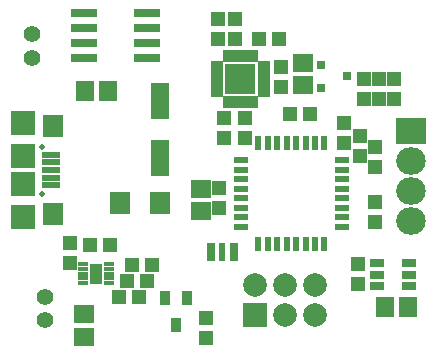
<source format=gbr>
G04 DipTrace 2.4.0.2*
%INTopMask.gbr*%
%MOIN*%
%ADD23C,0.0197*%
%ADD41C,0.056*%
%ADD43R,0.05X0.022*%
%ADD44R,0.022X0.05*%
%ADD76R,0.0236X0.0591*%
%ADD78R,0.0315X0.0591*%
%ADD80R,0.0394X0.0709*%
%ADD82O,0.0374X0.015*%
%ADD84R,0.0512X0.0315*%
%ADD86R,0.0315X0.0276*%
%ADD88R,0.0827X0.0827*%
%ADD90R,0.0827X0.0787*%
%ADD92R,0.0709X0.0748*%
%ADD94R,0.061X0.0236*%
%ADD96O,0.0984X0.0906*%
%ADD98R,0.0984X0.0906*%
%ADD100R,0.0866X0.0315*%
%ADD102R,0.0335X0.0492*%
%ADD104R,0.1043X0.1043*%
%ADD106R,0.0197X0.0413*%
%ADD108R,0.0413X0.0197*%
%ADD116C,0.0787*%
%ADD118R,0.0787X0.0787*%
%ADD120R,0.0677X0.074*%
%ADD122R,0.0591X0.0669*%
%ADD124R,0.0512X0.0472*%
%ADD126R,0.0472X0.0512*%
%ADD128R,0.063X0.1201*%
%ADD130R,0.0669X0.0591*%
%FSLAX44Y44*%
G04*
G70*
G90*
G75*
G01*
%LNTopMask*%
%LPD*%
D130*
X9923Y9588D3*
Y8840D3*
D128*
X5150Y8296D3*
Y6404D3*
D126*
X7119Y4729D3*
Y5398D3*
X12299Y4265D3*
Y4934D3*
D130*
X6499Y4630D3*
Y5378D3*
D126*
X7269Y7069D3*
Y7738D3*
X7988Y7069D3*
Y7738D3*
X9180Y8789D3*
Y9458D3*
D124*
X8432Y10371D3*
X9101D3*
D122*
X13398Y1450D3*
X12650D3*
D126*
X11750Y2869D3*
Y2200D3*
D124*
X3485Y3500D3*
X2815D3*
D122*
X3400Y8650D3*
X2652D3*
D130*
X2600Y1200D3*
Y452D3*
D120*
X5150Y4900D3*
X3811D3*
D124*
X4050Y2300D3*
X4719D3*
X4200Y2850D3*
X4869D3*
D118*
X8319Y1166D3*
D116*
X9319D3*
X10319D3*
Y2166D3*
X9319D3*
X8319D3*
D41*
X1317Y1787D3*
Y1000D3*
X876Y9738D3*
Y10526D3*
D126*
X12950Y9035D3*
Y8365D3*
X12450Y9035D3*
Y8365D3*
X11950Y9035D3*
Y8365D3*
D43*
X7839Y6326D3*
Y6011D3*
Y5696D3*
Y5381D3*
Y5066D3*
Y4751D3*
Y4436D3*
Y4121D3*
D44*
X8427Y3534D3*
X8742D3*
X9057D3*
X9371D3*
X9686D3*
X10001D3*
X10316D3*
X10631D3*
D43*
X11219Y4121D3*
Y4436D3*
Y4751D3*
Y5066D3*
Y5381D3*
Y5696D3*
Y6011D3*
Y6326D3*
D44*
X10631Y6914D3*
X10316D3*
X10001D3*
X9686D3*
X9371D3*
X9057D3*
X8742D3*
X8427D3*
D108*
X7054Y9527D3*
X7053Y9331D3*
Y9134D3*
Y8937D3*
Y8740D3*
Y8543D3*
D106*
X7337Y8260D3*
X7534D3*
X7731D3*
X7927D3*
X8124D3*
X8321D3*
D108*
X8605Y8543D3*
Y8740D3*
Y8937D3*
Y9134D3*
Y9331D3*
Y9527D3*
D106*
X8321Y9811D3*
X8124D3*
X7927D3*
X7731D3*
X7534D3*
X7337D3*
D104*
X7829Y9035D3*
D102*
X6050Y1750D3*
X5302D3*
X5676Y844D3*
D126*
X7087Y11038D3*
Y10369D3*
X7653Y11038D3*
Y10369D3*
D124*
X10157Y7874D3*
X9488D3*
D126*
X12300Y6785D3*
Y6115D3*
X11800Y7135D3*
Y6465D3*
X11265Y7585D3*
Y6915D3*
X2150Y2900D3*
Y3569D3*
D124*
X3765Y1785D3*
X4435D3*
D126*
X6685Y415D3*
Y1085D3*
D100*
X2600Y11250D3*
Y10750D3*
Y10250D3*
Y9750D3*
X4726D3*
Y10250D3*
Y10750D3*
Y11250D3*
D98*
X13500Y7300D3*
D96*
Y6300D3*
Y5300D3*
Y4300D3*
D94*
X1529Y6516D3*
Y6260D3*
Y6004D3*
Y5748D3*
Y5492D3*
D92*
X1578Y7460D3*
Y4547D3*
D90*
X574Y7579D3*
Y4429D3*
D88*
Y6476D3*
Y5531D3*
D23*
X1204Y6791D3*
Y5216D3*
D86*
X10500Y9504D3*
Y8756D3*
X11366Y9129D3*
D84*
X13450Y2150D3*
Y2524D3*
Y2898D3*
X12387D3*
Y2524D3*
Y2150D3*
D82*
X3433Y2235D3*
Y2393D3*
Y2550D3*
Y2707D3*
Y2865D3*
X2567D3*
Y2707D3*
Y2550D3*
Y2393D3*
Y2235D3*
D80*
X3000Y2550D3*
D78*
X6856Y3284D3*
D76*
X7230D3*
D78*
X7604D3*
M02*

</source>
